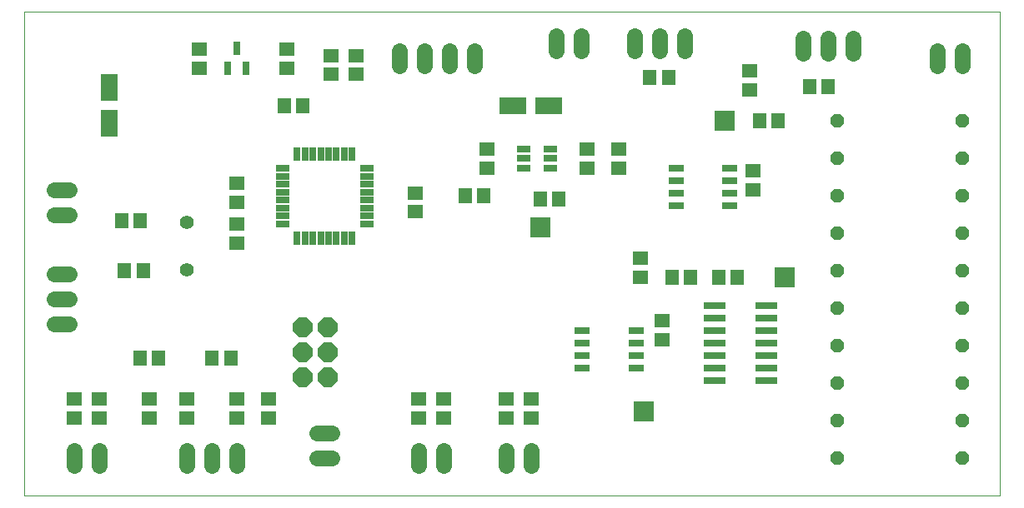
<source format=gts>
G75*
G70*
%OFA0B0*%
%FSLAX24Y24*%
%IPPOS*%
%LPD*%
%AMOC8*
5,1,8,0,0,1.08239X$1,22.5*
%
%ADD10C,0.0000*%
%ADD11R,0.0540X0.0260*%
%ADD12R,0.0260X0.0540*%
%ADD13R,0.0552X0.0631*%
%ADD14R,0.0631X0.0552*%
%ADD15C,0.0640*%
%ADD16OC8,0.0780*%
%ADD17R,0.0260X0.0560*%
%ADD18C,0.0560*%
%ADD19OC8,0.0560*%
%ADD20R,0.0670X0.1064*%
%ADD21R,0.1064X0.0670*%
%ADD22R,0.0560X0.0260*%
%ADD23R,0.0827X0.0827*%
%ADD24R,0.0906X0.0276*%
%ADD25R,0.0620X0.0260*%
D10*
X000101Y000262D02*
X000101Y019632D01*
X039093Y019632D01*
X039093Y000262D01*
X000101Y000262D01*
D11*
X010411Y011160D03*
X010411Y011475D03*
X010411Y011790D03*
X010411Y012105D03*
X010411Y012420D03*
X010411Y012734D03*
X010411Y013049D03*
X010411Y013364D03*
X013791Y013364D03*
X013791Y013049D03*
X013791Y012734D03*
X013791Y012420D03*
X013791Y012105D03*
X013791Y011790D03*
X013791Y011475D03*
X013791Y011160D03*
D12*
X013203Y010572D03*
X012888Y010572D03*
X012573Y010572D03*
X012258Y010572D03*
X011943Y010572D03*
X011628Y010572D03*
X011313Y010572D03*
X010998Y010572D03*
X010998Y013952D03*
X011313Y013952D03*
X011628Y013952D03*
X011943Y013952D03*
X012258Y013952D03*
X012573Y013952D03*
X012888Y013952D03*
X013203Y013952D03*
D13*
X011225Y015887D03*
X010477Y015887D03*
X017727Y012262D03*
X018475Y012262D03*
X020727Y012137D03*
X021475Y012137D03*
X025977Y009012D03*
X026725Y009012D03*
X027852Y009012D03*
X028600Y009012D03*
X029477Y015262D03*
X030225Y015262D03*
X031477Y016637D03*
X032225Y016637D03*
X025850Y017012D03*
X025102Y017012D03*
X008350Y005762D03*
X007602Y005762D03*
X005475Y005762D03*
X004727Y005762D03*
X004850Y009262D03*
X004102Y009262D03*
X003977Y011262D03*
X004725Y011262D03*
D14*
X008601Y011136D03*
X008601Y010388D03*
X008601Y012013D03*
X008601Y012761D03*
X012351Y017138D03*
X012351Y017886D03*
X013351Y017886D03*
X013351Y017138D03*
X010601Y017388D03*
X010601Y018136D03*
X007101Y018136D03*
X007101Y017388D03*
X015726Y012386D03*
X015726Y011638D03*
X018601Y013388D03*
X018601Y014136D03*
X022601Y014136D03*
X022601Y013388D03*
X023851Y013388D03*
X023851Y014136D03*
X029226Y013261D03*
X029226Y012513D03*
X024726Y009761D03*
X024726Y009013D03*
X025601Y007261D03*
X025601Y006513D03*
X020351Y004136D03*
X019351Y004136D03*
X019351Y003388D03*
X020351Y003388D03*
X016851Y003388D03*
X015851Y003388D03*
X015851Y004136D03*
X016851Y004136D03*
X009851Y004136D03*
X008601Y004136D03*
X008601Y003388D03*
X009851Y003388D03*
X006601Y003388D03*
X006601Y004136D03*
X005101Y004136D03*
X005101Y003388D03*
X003101Y003388D03*
X002101Y003388D03*
X002101Y004136D03*
X003101Y004136D03*
X029101Y016513D03*
X029101Y017261D03*
D15*
X031226Y017962D02*
X031226Y018562D01*
X032226Y018562D02*
X032226Y017962D01*
X033226Y017962D02*
X033226Y018562D01*
X036601Y018062D02*
X036601Y017462D01*
X037601Y017462D02*
X037601Y018062D01*
X026476Y018087D02*
X026476Y018687D01*
X025476Y018687D02*
X025476Y018087D01*
X024476Y018087D02*
X024476Y018687D01*
X022351Y018687D02*
X022351Y018087D01*
X021351Y018087D02*
X021351Y018687D01*
X018101Y018062D02*
X018101Y017462D01*
X017101Y017462D02*
X017101Y018062D01*
X016101Y018062D02*
X016101Y017462D01*
X015101Y017462D02*
X015101Y018062D01*
X001901Y012512D02*
X001301Y012512D01*
X001301Y011512D02*
X001901Y011512D01*
X001901Y009137D02*
X001301Y009137D01*
X001301Y008137D02*
X001901Y008137D01*
X001901Y007137D02*
X001301Y007137D01*
X002101Y002062D02*
X002101Y001462D01*
X003101Y001462D02*
X003101Y002062D01*
X006601Y002062D02*
X006601Y001462D01*
X007601Y001462D02*
X007601Y002062D01*
X008601Y002062D02*
X008601Y001462D01*
X011801Y001762D02*
X012401Y001762D01*
X012401Y002762D02*
X011801Y002762D01*
X015851Y002062D02*
X015851Y001462D01*
X016851Y001462D02*
X016851Y002062D01*
X019351Y002062D02*
X019351Y001462D01*
X020351Y001462D02*
X020351Y002062D01*
D16*
X012226Y005012D03*
X011226Y005012D03*
X011226Y006012D03*
X012226Y006012D03*
X012226Y007012D03*
X011226Y007012D03*
D17*
X008971Y017362D03*
X008231Y017362D03*
X008601Y018162D03*
D18*
X006601Y011212D03*
X006601Y009312D03*
D19*
X032601Y009262D03*
X032601Y010762D03*
X032601Y012262D03*
X032601Y013762D03*
X032601Y015262D03*
X037601Y015262D03*
X037601Y013762D03*
X037601Y012262D03*
X037601Y010762D03*
X037601Y009262D03*
X037601Y007762D03*
X037601Y006262D03*
X037601Y004762D03*
X037601Y003262D03*
X037601Y001762D03*
X032601Y001762D03*
X032601Y003262D03*
X032601Y004762D03*
X032601Y006262D03*
X032601Y007762D03*
D20*
X003476Y015178D03*
X003476Y016596D03*
D21*
X019642Y015887D03*
X021059Y015887D03*
D22*
X021141Y014132D03*
X021141Y013762D03*
X021141Y013392D03*
X020061Y013392D03*
X020061Y013762D03*
X020061Y014132D03*
D23*
X020726Y011012D03*
X028101Y015262D03*
X030476Y009012D03*
X024851Y003637D03*
D24*
X027702Y004887D03*
X027702Y005387D03*
X027702Y005887D03*
X027702Y006387D03*
X027702Y006887D03*
X027702Y007387D03*
X027702Y007887D03*
X029749Y007887D03*
X029749Y007387D03*
X029749Y006887D03*
X029749Y006387D03*
X029749Y005887D03*
X029749Y005387D03*
X029749Y004887D03*
D25*
X024546Y005387D03*
X024546Y005887D03*
X024546Y006387D03*
X024546Y006887D03*
X022406Y006887D03*
X022406Y006387D03*
X022406Y005887D03*
X022406Y005387D03*
X026156Y011887D03*
X026156Y012387D03*
X026156Y012887D03*
X026156Y013387D03*
X028296Y013387D03*
X028296Y012887D03*
X028296Y012387D03*
X028296Y011887D03*
M02*

</source>
